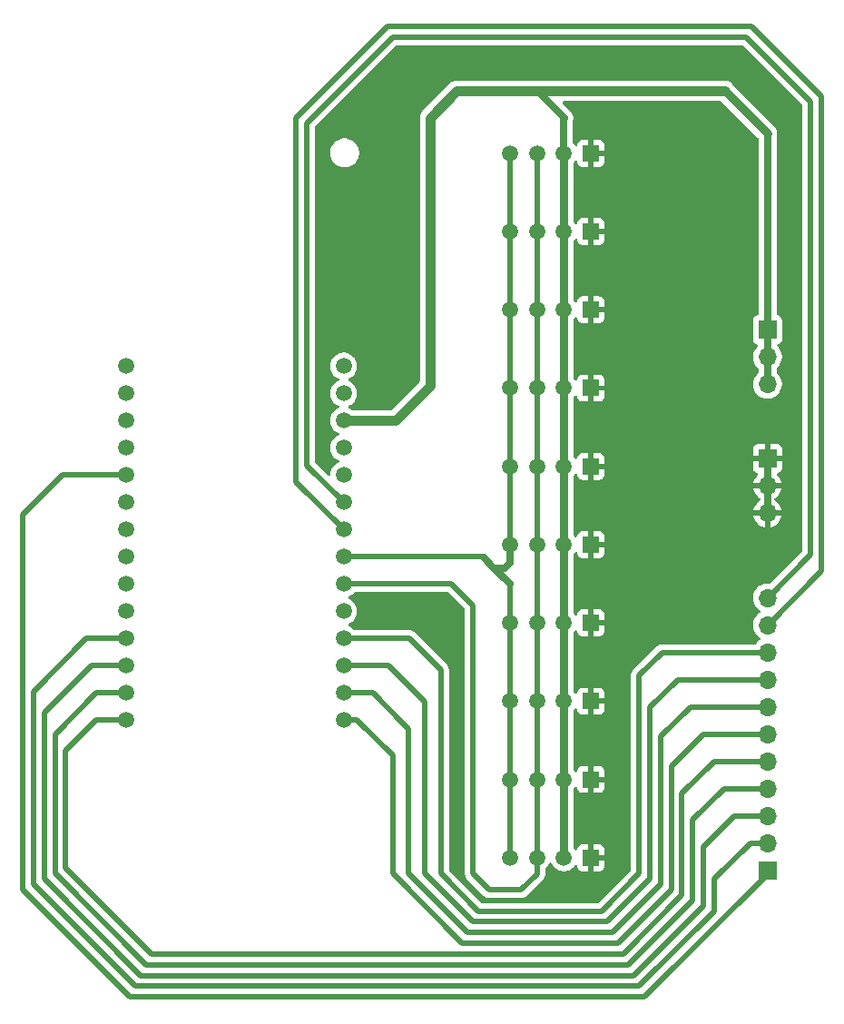
<source format=gbl>
%TF.GenerationSoftware,KiCad,Pcbnew,9.0.0*%
%TF.CreationDate,2025-03-04T23:52:38+01:00*%
%TF.ProjectId,MKRWAN_NSK,4d4b5257-414e-45f4-9e53-4b2e6b696361,rev?*%
%TF.SameCoordinates,Original*%
%TF.FileFunction,Copper,L2,Bot*%
%TF.FilePolarity,Positive*%
%FSLAX46Y46*%
G04 Gerber Fmt 4.6, Leading zero omitted, Abs format (unit mm)*
G04 Created by KiCad (PCBNEW 9.0.0) date 2025-03-04 23:52:38*
%MOMM*%
%LPD*%
G01*
G04 APERTURE LIST*
%TA.AperFunction,ComponentPad*%
%ADD10C,1.508000*%
%TD*%
%TA.AperFunction,ComponentPad*%
%ADD11R,1.700000X1.700000*%
%TD*%
%TA.AperFunction,ComponentPad*%
%ADD12O,1.700000X1.700000*%
%TD*%
%TA.AperFunction,ComponentPad*%
%ADD13R,1.508000X1.508000*%
%TD*%
%TA.AperFunction,Conductor*%
%ADD14C,0.500000*%
%TD*%
%TA.AperFunction,Conductor*%
%ADD15C,0.800000*%
%TD*%
%TA.AperFunction,Conductor*%
%ADD16C,0.900000*%
%TD*%
%TA.AperFunction,Conductor*%
%ADD17C,0.700000*%
%TD*%
G04 APERTURE END LIST*
D10*
%TO.P,U1,J3_1,PA03/AREF/AIN(1)*%
%TO.N,unconnected-(U1-PA03{slash}AREF{slash}AIN(1)-PadJ3_1)*%
X113115000Y-68159800D03*
%TO.P,U1,J3_2,PA02/D15/DAC0/AIN(0)/A0*%
%TO.N,unconnected-(U1-PA02{slash}D15{slash}DAC0{slash}AIN(0){slash}A0-PadJ3_2)*%
X113115000Y-70699800D03*
%TO.P,U1,J3_3,PB02/D16/AIN(10)/A1*%
%TO.N,unconnected-(U1-PB02{slash}D16{slash}AIN(10){slash}A1-PadJ3_3)*%
X113115000Y-73239800D03*
%TO.P,U1,J3_4,PB03/D17/AIN(11)/A2*%
%TO.N,unconnected-(U1-PB03{slash}D17{slash}AIN(11){slash}A2-PadJ3_4)*%
X113115000Y-75779800D03*
%TO.P,U1,J3_5,PA04/D18(PWM)/AIN(4)/A3*%
%TO.N,/A3*%
X113115000Y-78319800D03*
%TO.P,U1,J3_6,PA05/D19(PWM)/AIN(5)/A4*%
%TO.N,unconnected-(U1-PA05{slash}D19(PWM){slash}AIN(5){slash}A4-PadJ3_6)*%
X113115000Y-80859800D03*
%TO.P,U1,J3_7,PA06/D20/AIN(6)/A5*%
%TO.N,unconnected-(U1-PA06{slash}D20{slash}AIN(6){slash}A5-PadJ3_7)*%
X113115000Y-83399800D03*
%TO.P,U1,J3_8,PA07/D21/AIN(7)/A6*%
%TO.N,unconnected-(U1-PA07{slash}D21{slash}AIN(7){slash}A6-PadJ3_8)*%
X113115000Y-85939800D03*
%TO.P,U1,J3_9,PA22/D0(PWM)*%
%TO.N,unconnected-(U1-PA22{slash}D0(PWM)-PadJ3_9)*%
X113115000Y-88479800D03*
%TO.P,U1,J3_10,PA23/D1(PWM)*%
%TO.N,unconnected-(U1-PA23{slash}D1(PWM)-PadJ3_10)*%
X113115000Y-91019800D03*
%TO.P,U1,J3_11,PA10/D2(PWM)*%
%TO.N,/D2*%
X113115000Y-93559800D03*
%TO.P,U1,J3_12,PA11/D3(PWM)*%
%TO.N,/D3*%
X113115000Y-96099800D03*
%TO.P,U1,J3_13,PB10/D4(PWM)*%
%TO.N,/D4*%
X113115000Y-98639800D03*
%TO.P,U1,J3_14,PB11/D5(PWM)*%
%TO.N,/D5*%
X113115000Y-101179800D03*
%TO.P,U1,J5_1,PA20/D6(PWM)*%
%TO.N,/D6*%
X133435000Y-101179800D03*
%TO.P,U1,J5_2,PA21/D7(PWM)*%
%TO.N,/D7*%
X133435000Y-98639800D03*
%TO.P,U1,J5_3,PA16/D8(PWM)/COPI(SC1)*%
%TO.N,/D8_MOSI*%
X133435000Y-96099800D03*
%TO.P,U1,J5_4,PA17/D9/SCK(SC1)*%
%TO.N,/D9_SCK*%
X133435000Y-93559800D03*
%TO.P,U1,J5_5,PA19/D10(PWM)/CIPO(SC1)*%
%TO.N,unconnected-(U1-PA19{slash}D10(PWM){slash}CIPO(SC1)-PadJ5_5)*%
X133435000Y-91019800D03*
%TO.P,U1,J5_6,PA08/D11/SDA(SC2)*%
%TO.N,/SDA*%
X133435000Y-88479800D03*
%TO.P,U1,J5_7,PA09/D12(PWM)/SCL(SC2)*%
%TO.N,/SCL*%
X133435000Y-85939800D03*
%TO.P,U1,J5_8,PB23/D13/RX(SC5)*%
%TO.N,/RX_D13*%
X133435000Y-83399800D03*
%TO.P,U1,J5_9,PB22/D14/TX(SC5)*%
%TO.N,/TX_D14*%
X133435000Y-80859800D03*
%TO.P,U1,J5_10,RESET*%
%TO.N,unconnected-(U1-RESET-PadJ5_10)*%
X133435000Y-78319800D03*
%TO.P,U1,J5_11,GND*%
%TO.N,unconnected-(U1-GND-PadJ5_11)*%
X133435000Y-75779800D03*
%TO.P,U1,J5_12,+3V3*%
%TO.N,/3v3*%
X133435000Y-73239800D03*
%TO.P,U1,J5_13,VIN*%
%TO.N,unconnected-(U1-VIN-PadJ5_13)*%
X133435000Y-70699800D03*
%TO.P,U1,J5_14,+5V*%
%TO.N,unconnected-(U1-+5V-PadJ5_14)*%
X133435000Y-68159800D03*
%TD*%
D11*
%TO.P,J13,1,Pin_1*%
%TO.N,/GND*%
X172975000Y-76775000D03*
D12*
%TO.P,J13,2,Pin_2*%
X172975000Y-79315000D03*
%TO.P,J13,3,Pin_3*%
X172975000Y-81855000D03*
%TD*%
D11*
%TO.P,J12,1,Pin_1*%
%TO.N,/3v3*%
X172975000Y-64775000D03*
D12*
%TO.P,J12,2,Pin_2*%
X172975000Y-67315000D03*
%TO.P,J12,3,Pin_3*%
X172975000Y-69855000D03*
%TD*%
D10*
%TO.P,J11,3,3*%
%TO.N,/SDA*%
X151475000Y-114015000D03*
%TO.P,J11,4,4*%
%TO.N,/SCL*%
X148975000Y-114015000D03*
%TO.P,J11,2,2*%
%TO.N,/3v3*%
X153975000Y-114015000D03*
D13*
%TO.P,J11,1,1*%
%TO.N,/GND*%
X156475000Y-114015000D03*
%TD*%
D10*
%TO.P,J10,3,3*%
%TO.N,/SDA*%
X151475000Y-106715000D03*
%TO.P,J10,4,4*%
%TO.N,/SCL*%
X148975000Y-106715000D03*
%TO.P,J10,2,2*%
%TO.N,/3v3*%
X153975000Y-106715000D03*
D13*
%TO.P,J10,1,1*%
%TO.N,/GND*%
X156475000Y-106715000D03*
%TD*%
D10*
%TO.P,J9,3,3*%
%TO.N,/SDA*%
X151475000Y-99415000D03*
%TO.P,J9,4,4*%
%TO.N,/SCL*%
X148975000Y-99415000D03*
%TO.P,J9,2,2*%
%TO.N,/3v3*%
X153975000Y-99415000D03*
D13*
%TO.P,J9,1,1*%
%TO.N,/GND*%
X156475000Y-99415000D03*
%TD*%
D10*
%TO.P,J8,3,3*%
%TO.N,/SDA*%
X151475000Y-92115000D03*
%TO.P,J8,4,4*%
%TO.N,/SCL*%
X148975000Y-92115000D03*
%TO.P,J8,2,2*%
%TO.N,/3v3*%
X153975000Y-92115000D03*
D13*
%TO.P,J8,1,1*%
%TO.N,/GND*%
X156475000Y-92115000D03*
%TD*%
D10*
%TO.P,J7,3,3*%
%TO.N,/SDA*%
X151475000Y-84815000D03*
%TO.P,J7,4,4*%
%TO.N,/SCL*%
X148975000Y-84815000D03*
%TO.P,J7,2,2*%
%TO.N,/3v3*%
X153975000Y-84815000D03*
D13*
%TO.P,J7,1,1*%
%TO.N,/GND*%
X156475000Y-84815000D03*
%TD*%
D10*
%TO.P,J6,3,3*%
%TO.N,/SDA*%
X151475000Y-77515000D03*
%TO.P,J6,4,4*%
%TO.N,/SCL*%
X148975000Y-77515000D03*
%TO.P,J6,2,2*%
%TO.N,/3v3*%
X153975000Y-77515000D03*
D13*
%TO.P,J6,1,1*%
%TO.N,/GND*%
X156475000Y-77515000D03*
%TD*%
D10*
%TO.P,J5,3,3*%
%TO.N,/SDA*%
X151475000Y-70215000D03*
%TO.P,J5,4,4*%
%TO.N,/SCL*%
X148975000Y-70215000D03*
%TO.P,J5,2,2*%
%TO.N,/3v3*%
X153975000Y-70215000D03*
D13*
%TO.P,J5,1,1*%
%TO.N,/GND*%
X156475000Y-70215000D03*
%TD*%
D10*
%TO.P,J4,3,3*%
%TO.N,/SDA*%
X151475000Y-62915000D03*
%TO.P,J4,4,4*%
%TO.N,/SCL*%
X148975000Y-62915000D03*
%TO.P,J4,2,2*%
%TO.N,/3v3*%
X153975000Y-62915000D03*
D13*
%TO.P,J4,1,1*%
%TO.N,/GND*%
X156475000Y-62915000D03*
%TD*%
D10*
%TO.P,J3,3,3*%
%TO.N,/SDA*%
X151475000Y-55615000D03*
%TO.P,J3,4,4*%
%TO.N,/SCL*%
X148975000Y-55615000D03*
%TO.P,J3,2,2*%
%TO.N,/3v3*%
X153975000Y-55615000D03*
D13*
%TO.P,J3,1,1*%
%TO.N,/GND*%
X156475000Y-55615000D03*
%TD*%
D10*
%TO.P,J2,3,3*%
%TO.N,/SDA*%
X151475000Y-48315000D03*
%TO.P,J2,4,4*%
%TO.N,/SCL*%
X148975000Y-48315000D03*
%TO.P,J2,2,2*%
%TO.N,/3v3*%
X153975000Y-48315000D03*
D13*
%TO.P,J2,1,1*%
%TO.N,/GND*%
X156475000Y-48315000D03*
%TD*%
D11*
%TO.P,J1,1,Pin_1*%
%TO.N,/A3*%
X172975000Y-115175000D03*
D12*
%TO.P,J1,2,Pin_2*%
%TO.N,/D2*%
X172975000Y-112635000D03*
%TO.P,J1,3,Pin_3*%
%TO.N,/D3*%
X172975000Y-110095000D03*
%TO.P,J1,4,Pin_4*%
%TO.N,/D4*%
X172975000Y-107555000D03*
%TO.P,J1,5,Pin_5*%
%TO.N,/D5*%
X172975000Y-105015000D03*
%TO.P,J1,6,Pin_6*%
%TO.N,/D6*%
X172975000Y-102475000D03*
%TO.P,J1,7,Pin_7*%
%TO.N,/D7*%
X172975000Y-99935000D03*
%TO.P,J1,8,Pin_8*%
%TO.N,/D8_MOSI*%
X172975000Y-97395000D03*
%TO.P,J1,9,Pin_9*%
%TO.N,/D9_SCK*%
X172975000Y-94855000D03*
%TO.P,J1,10,Pin_10*%
%TO.N,/RX_D13*%
X172975000Y-92315000D03*
%TO.P,J1,11,Pin_11*%
%TO.N,/TX_D14*%
X172975000Y-89775000D03*
%TD*%
D14*
%TO.N,/A3*%
X172975000Y-115525000D02*
X172975000Y-115175000D01*
X161500000Y-127000000D02*
X172975000Y-115525000D01*
X113500000Y-127000000D02*
X161500000Y-127000000D01*
X103500000Y-117000000D02*
X113500000Y-127000000D01*
X103500000Y-82000000D02*
X103500000Y-117000000D01*
X107180200Y-78319800D02*
X103500000Y-82000000D01*
X113115000Y-78319800D02*
X107180200Y-78319800D01*
%TO.N,/D2*%
X109440200Y-93559800D02*
X113115000Y-93559800D01*
X104500000Y-98500000D02*
X109440200Y-93559800D01*
X161000000Y-126000000D02*
X114000000Y-126000000D01*
X114000000Y-126000000D02*
X104500000Y-116500000D01*
X168000000Y-116000000D02*
X168000000Y-119000000D01*
X171365000Y-112635000D02*
X168000000Y-116000000D01*
X172975000Y-112635000D02*
X171365000Y-112635000D01*
X104500000Y-116500000D02*
X104500000Y-98500000D01*
X168000000Y-119000000D02*
X161000000Y-126000000D01*
%TO.N,/D3*%
X169905000Y-110095000D02*
X167000000Y-113000000D01*
X172975000Y-110095000D02*
X169905000Y-110095000D01*
X167000000Y-118500000D02*
X167000000Y-113000000D01*
X114500000Y-125000000D02*
X160500000Y-125000000D01*
X105500000Y-116000000D02*
X114500000Y-125000000D01*
X160500000Y-125000000D02*
X167000000Y-118500000D01*
X105500000Y-100500000D02*
X105500000Y-116000000D01*
X109900200Y-96099800D02*
X105500000Y-100500000D01*
X113115000Y-96099800D02*
X109900200Y-96099800D01*
%TO.N,/D4*%
X110360200Y-98639800D02*
X113115000Y-98639800D01*
X106500000Y-115500000D02*
X106500000Y-102500000D01*
X115000000Y-124000000D02*
X106500000Y-115500000D01*
X106500000Y-102500000D02*
X110360200Y-98639800D01*
X166000000Y-118000000D02*
X160000000Y-124000000D01*
X166000000Y-110500000D02*
X166000000Y-118000000D01*
X160000000Y-124000000D02*
X115000000Y-124000000D01*
X168945000Y-107555000D02*
X166000000Y-110500000D01*
X172975000Y-107555000D02*
X168945000Y-107555000D01*
%TO.N,/D5*%
X167985000Y-105015000D02*
X172975000Y-105015000D01*
X159500000Y-123000000D02*
X165000000Y-117500000D01*
X165000000Y-117500000D02*
X165000000Y-108000000D01*
X115500000Y-123000000D02*
X159500000Y-123000000D01*
X107500000Y-115000000D02*
X115500000Y-123000000D01*
X107500000Y-104000000D02*
X107500000Y-115000000D01*
X110320200Y-101179800D02*
X107500000Y-104000000D01*
X165000000Y-108000000D02*
X167985000Y-105015000D01*
X113115000Y-101179800D02*
X110320200Y-101179800D01*
%TO.N,/D6*%
X134679800Y-101179800D02*
X133435000Y-101179800D01*
X138000000Y-104500000D02*
X134679800Y-101179800D01*
X138000000Y-115500000D02*
X138000000Y-104500000D01*
X159000000Y-122000000D02*
X144500000Y-122000000D01*
X164000000Y-105500000D02*
X164000000Y-117000000D01*
X167025000Y-102475000D02*
X164000000Y-105500000D01*
X172975000Y-102475000D02*
X167025000Y-102475000D01*
X144500000Y-122000000D02*
X138000000Y-115500000D01*
X164000000Y-117000000D02*
X159000000Y-122000000D01*
%TO.N,/D7*%
X145000000Y-121000000D02*
X139500000Y-115500000D01*
X139500000Y-115500000D02*
X139500000Y-106500000D01*
X158500000Y-121000000D02*
X145000000Y-121000000D01*
X163000000Y-102725794D02*
X163000000Y-116500000D01*
X165790794Y-99935000D02*
X163000000Y-102725794D01*
X172975000Y-99935000D02*
X165790794Y-99935000D01*
X163000000Y-116500000D02*
X158500000Y-121000000D01*
%TO.N,/D8_MOSI*%
X164605000Y-97395000D02*
X162000000Y-100000000D01*
X172975000Y-97395000D02*
X164605000Y-97395000D01*
X162000000Y-100500000D02*
X162000000Y-102500000D01*
X162000000Y-100000000D02*
X162000000Y-100500000D01*
X162000000Y-102500000D02*
X162000000Y-116000000D01*
%TO.N,/D9_SCK*%
X161000000Y-97000000D02*
X163145000Y-94855000D01*
X161000000Y-115500000D02*
X161000000Y-97000000D01*
X146000000Y-119000000D02*
X157500000Y-119000000D01*
X142500000Y-115500000D02*
X146000000Y-119000000D01*
X142500000Y-96500000D02*
X142500000Y-115500000D01*
X133435000Y-93559800D02*
X139559800Y-93559800D01*
X139559800Y-93559800D02*
X142500000Y-96500000D01*
X157500000Y-119000000D02*
X161000000Y-115500000D01*
X163145000Y-94855000D02*
X172975000Y-94855000D01*
%TO.N,/SCL*%
X148975000Y-48315000D02*
X148975000Y-77515000D01*
X148975000Y-77515000D02*
X148975000Y-84815000D01*
X147487500Y-87012500D02*
X147500000Y-87000000D01*
%TO.N,/D7*%
X139000000Y-101500000D02*
X139500000Y-102000000D01*
X136139800Y-98639800D02*
X139000000Y-101500000D01*
X139500000Y-106500000D02*
X139500000Y-106000000D01*
X139500000Y-102000000D02*
X139500000Y-106500000D01*
X133435000Y-98639800D02*
X136139800Y-98639800D01*
X133435000Y-98565000D02*
X133500000Y-98500000D01*
X133435000Y-98639800D02*
X133435000Y-98565000D01*
%TO.N,/SDA*%
X147000000Y-117000000D02*
X145500000Y-115500000D01*
X145500000Y-90500000D02*
X143479800Y-88479800D01*
X151475000Y-115525000D02*
X150000000Y-117000000D01*
X145500000Y-115500000D02*
X145500000Y-90500000D01*
X151475000Y-114015000D02*
X151475000Y-115525000D01*
X150000000Y-117000000D02*
X147000000Y-117000000D01*
X143479800Y-88479800D02*
X133435000Y-88479800D01*
%TO.N,/RX_D13*%
X129000000Y-78964800D02*
X133435000Y-83399800D01*
X129000000Y-45000000D02*
X129000000Y-78964800D01*
X137500000Y-36500000D02*
X129000000Y-45000000D01*
X171500000Y-36500000D02*
X137500000Y-36500000D01*
X178000000Y-87290000D02*
X178000000Y-43000000D01*
X172975000Y-92315000D02*
X178000000Y-87290000D01*
X178000000Y-43000000D02*
X171500000Y-36500000D01*
%TO.N,/TX_D14*%
X130000000Y-77424800D02*
X133435000Y-80859800D01*
X138000000Y-37500000D02*
X130000000Y-45500000D01*
X171000000Y-37500000D02*
X138000000Y-37500000D01*
X177000000Y-85750000D02*
X177000000Y-43500000D01*
X177000000Y-43500000D02*
X171000000Y-37500000D01*
X172975000Y-89775000D02*
X177000000Y-85750000D01*
X130000000Y-45500000D02*
X130000000Y-77424800D01*
D15*
%TO.N,/3v3*%
X169000000Y-42500000D02*
X172975000Y-46475000D01*
D16*
X141500000Y-45000000D02*
X144000000Y-42500000D01*
X144000000Y-42500000D02*
X169000000Y-42500000D01*
X141500000Y-70000000D02*
X141500000Y-45000000D01*
X138260200Y-73239800D02*
X141500000Y-70000000D01*
X133435000Y-73239800D02*
X138260200Y-73239800D01*
D17*
X153975000Y-45025000D02*
X154000000Y-45000000D01*
X154000000Y-45000000D02*
X151500000Y-42500000D01*
X153975000Y-46525000D02*
X153975000Y-45025000D01*
X153975000Y-46525000D02*
X153975000Y-48315000D01*
X172975000Y-64775000D02*
X172975000Y-46475000D01*
%TO.N,/GND*%
X172975000Y-76775000D02*
X172975000Y-81855000D01*
%TO.N,/3v3*%
X172975000Y-64775000D02*
X172975000Y-69855000D01*
D15*
X153975000Y-106715000D02*
X153975000Y-114015000D01*
X153975000Y-99415000D02*
X153975000Y-106715000D01*
X153975000Y-97500000D02*
X153975000Y-99415000D01*
D14*
X154000000Y-84975000D02*
X153975000Y-85000000D01*
X154000000Y-84840000D02*
X154000000Y-84975000D01*
X153975000Y-84815000D02*
X154000000Y-84840000D01*
X153975000Y-77515000D02*
X153975000Y-85000000D01*
D15*
X153975000Y-70215000D02*
X153975000Y-97500000D01*
X153975000Y-70215000D02*
X153975000Y-48315000D01*
X153975000Y-77515000D02*
X153975000Y-70215000D01*
D14*
X153985000Y-77515000D02*
X154000000Y-77500000D01*
X153975000Y-77515000D02*
X153985000Y-77515000D01*
%TO.N,/SDA*%
X151475000Y-48315000D02*
X151475000Y-77515000D01*
X151475000Y-114015000D02*
X151475000Y-77515000D01*
%TO.N,/SCL*%
X148975000Y-99415000D02*
X148975000Y-106715000D01*
%TO.N,/3v3*%
X153975000Y-113000000D02*
X153975000Y-114015000D01*
%TO.N,/SCL*%
X146414800Y-85939800D02*
X146487500Y-86012500D01*
X148975000Y-99415000D02*
X148975000Y-88500000D01*
D17*
X148975000Y-86500000D02*
X148975000Y-84815000D01*
X147475000Y-87000000D02*
X148475000Y-87000000D01*
X147475000Y-87000000D02*
X148975000Y-88500000D01*
X148475000Y-87000000D02*
X148975000Y-86500000D01*
X146487500Y-86012500D02*
X147475000Y-87000000D01*
D14*
X148975000Y-114015000D02*
X148975000Y-109000000D01*
X133435000Y-85939800D02*
X146414800Y-85939800D01*
X148975000Y-109000000D02*
X148975000Y-106715000D01*
%TO.N,/D8_MOSI*%
X141000000Y-115500000D02*
X141000000Y-99500000D01*
X137599800Y-96099800D02*
X133435000Y-96099800D01*
X158000000Y-120000000D02*
X145500000Y-120000000D01*
X145500000Y-120000000D02*
X141000000Y-115500000D01*
X162000000Y-116000000D02*
X158000000Y-120000000D01*
X141000000Y-99500000D02*
X137599800Y-96099800D01*
%TD*%
%TA.AperFunction,Conductor*%
%TO.N,/GND*%
G36*
X173225000Y-81421988D02*
G01*
X173167993Y-81389075D01*
X173040826Y-81355000D01*
X172909174Y-81355000D01*
X172782007Y-81389075D01*
X172725000Y-81421988D01*
X172725000Y-79748012D01*
X172782007Y-79780925D01*
X172909174Y-79815000D01*
X173040826Y-79815000D01*
X173167993Y-79780925D01*
X173225000Y-79748012D01*
X173225000Y-81421988D01*
G37*
%TD.AperFunction*%
%TA.AperFunction,Conductor*%
G36*
X173225000Y-78881988D02*
G01*
X173167993Y-78849075D01*
X173040826Y-78815000D01*
X172909174Y-78815000D01*
X172782007Y-78849075D01*
X172725000Y-78881988D01*
X172725000Y-77208012D01*
X172782007Y-77240925D01*
X172909174Y-77275000D01*
X173040826Y-77275000D01*
X173167993Y-77240925D01*
X173225000Y-77208012D01*
X173225000Y-78881988D01*
G37*
%TD.AperFunction*%
%TA.AperFunction,Conductor*%
G36*
X170704809Y-38270185D02*
G01*
X170725451Y-38286819D01*
X176213181Y-43774548D01*
X176246666Y-43835871D01*
X176249500Y-43862229D01*
X176249500Y-85387769D01*
X176229815Y-85454808D01*
X176213181Y-85475450D01*
X173283806Y-88404824D01*
X173222483Y-88438309D01*
X173176726Y-88439616D01*
X173081291Y-88424500D01*
X173081287Y-88424500D01*
X172868713Y-88424500D01*
X172820042Y-88432208D01*
X172658760Y-88457753D01*
X172456585Y-88523444D01*
X172267179Y-88619951D01*
X172095213Y-88744890D01*
X171944890Y-88895213D01*
X171819951Y-89067179D01*
X171723444Y-89256585D01*
X171657753Y-89458760D01*
X171656576Y-89466192D01*
X171624500Y-89668713D01*
X171624500Y-89881287D01*
X171657754Y-90091243D01*
X171719438Y-90281087D01*
X171723444Y-90293414D01*
X171819951Y-90482820D01*
X171944890Y-90654786D01*
X172095213Y-90805109D01*
X172267182Y-90930050D01*
X172275946Y-90934516D01*
X172326742Y-90982491D01*
X172343536Y-91050312D01*
X172320998Y-91116447D01*
X172275946Y-91155484D01*
X172267182Y-91159949D01*
X172095213Y-91284890D01*
X171944890Y-91435213D01*
X171819951Y-91607179D01*
X171723444Y-91796585D01*
X171657753Y-91998760D01*
X171624500Y-92208713D01*
X171624500Y-92421286D01*
X171652297Y-92596794D01*
X171657754Y-92631243D01*
X171721365Y-92827018D01*
X171723444Y-92833414D01*
X171819951Y-93022820D01*
X171944890Y-93194786D01*
X172095213Y-93345109D01*
X172267182Y-93470050D01*
X172275946Y-93474516D01*
X172326742Y-93522491D01*
X172343536Y-93590312D01*
X172320998Y-93656447D01*
X172275946Y-93695484D01*
X172267182Y-93699949D01*
X172095213Y-93824890D01*
X171944892Y-93975211D01*
X171888097Y-94053385D01*
X171832767Y-94096051D01*
X171787779Y-94104500D01*
X163071080Y-94104500D01*
X162926092Y-94133340D01*
X162926082Y-94133343D01*
X162789511Y-94189912D01*
X162789496Y-94189920D01*
X162737173Y-94224883D01*
X162737171Y-94224885D01*
X162666581Y-94272050D01*
X162666580Y-94272051D01*
X160417052Y-96521578D01*
X160417049Y-96521581D01*
X160379208Y-96578214D01*
X160379209Y-96578215D01*
X160334914Y-96644508D01*
X160278343Y-96781082D01*
X160278340Y-96781092D01*
X160249500Y-96926079D01*
X160249500Y-115137770D01*
X160229815Y-115204809D01*
X160213181Y-115225451D01*
X157225451Y-118213181D01*
X157164128Y-118246666D01*
X157137770Y-118249500D01*
X146362229Y-118249500D01*
X146295190Y-118229815D01*
X146274548Y-118213181D01*
X143286819Y-115225451D01*
X143253334Y-115164128D01*
X143250500Y-115137770D01*
X143250500Y-96426081D01*
X143250499Y-96426080D01*
X143232366Y-96334916D01*
X143221659Y-96281088D01*
X143177184Y-96173717D01*
X143165084Y-96144505D01*
X143120483Y-96077754D01*
X143120483Y-96077753D01*
X143082950Y-96021581D01*
X143082947Y-96021578D01*
X140038215Y-92976847D01*
X140038213Y-92976845D01*
X139988979Y-92943950D01*
X139956155Y-92922018D01*
X139915295Y-92894716D01*
X139915294Y-92894715D01*
X139915292Y-92894714D01*
X139915290Y-92894713D01*
X139778717Y-92838143D01*
X139778707Y-92838140D01*
X139633720Y-92809300D01*
X139633718Y-92809300D01*
X134503559Y-92809300D01*
X134436520Y-92789615D01*
X134403241Y-92758185D01*
X134391884Y-92742554D01*
X134391880Y-92742549D01*
X134252246Y-92602915D01*
X134092505Y-92486858D01*
X134086119Y-92483604D01*
X133922593Y-92400282D01*
X133871800Y-92352310D01*
X133855005Y-92284489D01*
X133877542Y-92218354D01*
X133922593Y-92179317D01*
X134092501Y-92092744D01*
X134150139Y-92050868D01*
X134252246Y-91976684D01*
X134252248Y-91976681D01*
X134252252Y-91976679D01*
X134391879Y-91837052D01*
X134391881Y-91837048D01*
X134391884Y-91837046D01*
X134480626Y-91714901D01*
X134507944Y-91677301D01*
X134597591Y-91501361D01*
X134658610Y-91313563D01*
X134661115Y-91297748D01*
X134689500Y-91118536D01*
X134689500Y-90921063D01*
X134658610Y-90726036D01*
X134635459Y-90654786D01*
X134597591Y-90538239D01*
X134507944Y-90362299D01*
X134457897Y-90293414D01*
X134391884Y-90202553D01*
X134252246Y-90062915D01*
X134092505Y-89946858D01*
X134034002Y-89917049D01*
X133922593Y-89860282D01*
X133871800Y-89812310D01*
X133855005Y-89744489D01*
X133877542Y-89678354D01*
X133922593Y-89639317D01*
X134092501Y-89552744D01*
X134150139Y-89510868D01*
X134252246Y-89436684D01*
X134252248Y-89436681D01*
X134252252Y-89436679D01*
X134391879Y-89297052D01*
X134392710Y-89295908D01*
X134403241Y-89281415D01*
X134458571Y-89238749D01*
X134503559Y-89230300D01*
X143117570Y-89230300D01*
X143184609Y-89249985D01*
X143205251Y-89266619D01*
X144713181Y-90774548D01*
X144746666Y-90835871D01*
X144749500Y-90862229D01*
X144749500Y-115573918D01*
X144749500Y-115573920D01*
X144749499Y-115573920D01*
X144778340Y-115718907D01*
X144778343Y-115718917D01*
X144834914Y-115855492D01*
X144834915Y-115855494D01*
X144834916Y-115855495D01*
X144851620Y-115880495D01*
X144867812Y-115904727D01*
X144867813Y-115904730D01*
X144917046Y-115978414D01*
X144917052Y-115978421D01*
X146157540Y-117218907D01*
X146417048Y-117478415D01*
X146417049Y-117478416D01*
X146521583Y-117582950D01*
X146521585Y-117582952D01*
X146644498Y-117665080D01*
X146644511Y-117665087D01*
X146781082Y-117721656D01*
X146781087Y-117721658D01*
X146781091Y-117721658D01*
X146781092Y-117721659D01*
X146926079Y-117750500D01*
X146926082Y-117750500D01*
X150073920Y-117750500D01*
X150171462Y-117731096D01*
X150218913Y-117721658D01*
X150355495Y-117665084D01*
X150404729Y-117632186D01*
X150478416Y-117582952D01*
X152057952Y-116003416D01*
X152115660Y-115917048D01*
X152140084Y-115880495D01*
X152196658Y-115743913D01*
X152225500Y-115598918D01*
X152225500Y-115083557D01*
X152245185Y-115016518D01*
X152276616Y-114983238D01*
X152292252Y-114971879D01*
X152431879Y-114832252D01*
X152431881Y-114832248D01*
X152431884Y-114832246D01*
X152547941Y-114672505D01*
X152547942Y-114672504D01*
X152547944Y-114672501D01*
X152614516Y-114541846D01*
X152662490Y-114491052D01*
X152730311Y-114474257D01*
X152796446Y-114496794D01*
X152835482Y-114541845D01*
X152897790Y-114664128D01*
X152902058Y-114672505D01*
X153018115Y-114832246D01*
X153157753Y-114971884D01*
X153263376Y-115048622D01*
X153317499Y-115087944D01*
X153493439Y-115177591D01*
X153577208Y-115204809D01*
X153681236Y-115238610D01*
X153876264Y-115269500D01*
X153876269Y-115269500D01*
X154073736Y-115269500D01*
X154268763Y-115238610D01*
X154456561Y-115177591D01*
X154632501Y-115087944D01*
X154746731Y-115004952D01*
X154792246Y-114971884D01*
X154792248Y-114971881D01*
X154792252Y-114971879D01*
X154931879Y-114832252D01*
X154943074Y-114816844D01*
X154996681Y-114743059D01*
X155052011Y-114700392D01*
X155121624Y-114694413D01*
X155183419Y-114727018D01*
X155217777Y-114787856D01*
X155220722Y-114813526D01*
X155220823Y-114813521D01*
X155220911Y-114815169D01*
X155221000Y-114815943D01*
X155221000Y-114816844D01*
X155227401Y-114876372D01*
X155227403Y-114876379D01*
X155277645Y-115011086D01*
X155277649Y-115011093D01*
X155363809Y-115126187D01*
X155363812Y-115126190D01*
X155478906Y-115212350D01*
X155478913Y-115212354D01*
X155613620Y-115262596D01*
X155613627Y-115262598D01*
X155673155Y-115268999D01*
X155673172Y-115269000D01*
X156225000Y-115269000D01*
X156225000Y-114448012D01*
X156282007Y-114480925D01*
X156409174Y-114515000D01*
X156540826Y-114515000D01*
X156667993Y-114480925D01*
X156725000Y-114448012D01*
X156725000Y-115269000D01*
X157276828Y-115269000D01*
X157276844Y-115268999D01*
X157336372Y-115262598D01*
X157336379Y-115262596D01*
X157471086Y-115212354D01*
X157471093Y-115212350D01*
X157586187Y-115126190D01*
X157586190Y-115126187D01*
X157672350Y-115011093D01*
X157672354Y-115011086D01*
X157722596Y-114876379D01*
X157722598Y-114876372D01*
X157728999Y-114816844D01*
X157729000Y-114816827D01*
X157729000Y-114265000D01*
X156908012Y-114265000D01*
X156940925Y-114207993D01*
X156975000Y-114080826D01*
X156975000Y-113949174D01*
X156940925Y-113822007D01*
X156908012Y-113765000D01*
X157729000Y-113765000D01*
X157729000Y-113213172D01*
X157728999Y-113213155D01*
X157722598Y-113153627D01*
X157722596Y-113153620D01*
X157672354Y-113018913D01*
X157672350Y-113018906D01*
X157586190Y-112903812D01*
X157586187Y-112903809D01*
X157471093Y-112817649D01*
X157471086Y-112817645D01*
X157336379Y-112767403D01*
X157336372Y-112767401D01*
X157276844Y-112761000D01*
X156725000Y-112761000D01*
X156725000Y-113581988D01*
X156667993Y-113549075D01*
X156540826Y-113515000D01*
X156409174Y-113515000D01*
X156282007Y-113549075D01*
X156225000Y-113581988D01*
X156225000Y-112761000D01*
X155673155Y-112761000D01*
X155613627Y-112767401D01*
X155613620Y-112767403D01*
X155478913Y-112817645D01*
X155478906Y-112817649D01*
X155363812Y-112903809D01*
X155363809Y-112903812D01*
X155277649Y-113018906D01*
X155277645Y-113018913D01*
X155227403Y-113153620D01*
X155227401Y-113153627D01*
X155221000Y-113213155D01*
X155221000Y-113214056D01*
X155220942Y-113214252D01*
X155220823Y-113216479D01*
X155220644Y-113216469D01*
X155220644Y-113216475D01*
X155220540Y-113216463D01*
X155220296Y-113216450D01*
X155212751Y-113242146D01*
X155207201Y-113270905D01*
X155203020Y-113275287D01*
X155201315Y-113281095D01*
X155179192Y-113300264D01*
X155158972Y-113321460D01*
X155153085Y-113322886D01*
X155148511Y-113326850D01*
X155119530Y-113331016D01*
X155091067Y-113337914D01*
X155085346Y-113335932D01*
X155079353Y-113336794D01*
X155052713Y-113324628D01*
X155025046Y-113315044D01*
X155019333Y-113309384D01*
X155015797Y-113307769D01*
X154999509Y-113290682D01*
X154998054Y-113288831D01*
X154931879Y-113197748D01*
X154906581Y-113172450D01*
X154902009Y-113166633D01*
X154891670Y-113140788D01*
X154878334Y-113116365D01*
X154877023Y-113104173D01*
X154876058Y-113101761D01*
X154876511Y-113099412D01*
X154875500Y-113090007D01*
X154875500Y-107639993D01*
X154895185Y-107572954D01*
X154911819Y-107552312D01*
X154931879Y-107532252D01*
X154943074Y-107516844D01*
X154996681Y-107443059D01*
X155052011Y-107400392D01*
X155121624Y-107394413D01*
X155183419Y-107427018D01*
X155217777Y-107487856D01*
X155220722Y-107513526D01*
X155220823Y-107513521D01*
X155220911Y-107515169D01*
X155221000Y-107515943D01*
X155221000Y-107516844D01*
X155227401Y-107576372D01*
X155227403Y-107576379D01*
X155277645Y-107711086D01*
X155277649Y-107711093D01*
X155363809Y-107826187D01*
X155363812Y-107826190D01*
X155478906Y-107912350D01*
X155478913Y-107912354D01*
X155613620Y-107962596D01*
X155613627Y-107962598D01*
X155673155Y-107968999D01*
X155673172Y-107969000D01*
X156225000Y-107969000D01*
X156225000Y-107148012D01*
X156282007Y-107180925D01*
X156409174Y-107215000D01*
X156540826Y-107215000D01*
X156667993Y-107180925D01*
X156725000Y-107148012D01*
X156725000Y-107969000D01*
X157276828Y-107969000D01*
X157276844Y-107968999D01*
X157336372Y-107962598D01*
X157336379Y-107962596D01*
X157471086Y-107912354D01*
X157471093Y-107912350D01*
X157586187Y-107826190D01*
X157586190Y-107826187D01*
X157672350Y-107711093D01*
X157672354Y-107711086D01*
X157722596Y-107576379D01*
X157722598Y-107576372D01*
X157728999Y-107516844D01*
X157729000Y-107516827D01*
X157729000Y-106965000D01*
X156908012Y-106965000D01*
X156940925Y-106907993D01*
X156975000Y-106780826D01*
X156975000Y-106649174D01*
X156940925Y-106522007D01*
X156908012Y-106465000D01*
X157729000Y-106465000D01*
X157729000Y-105913172D01*
X157728999Y-105913155D01*
X157722598Y-105853627D01*
X157722596Y-105853620D01*
X157672354Y-105718913D01*
X157672350Y-105718906D01*
X157586190Y-105603812D01*
X157586187Y-105603809D01*
X157471093Y-105517649D01*
X157471086Y-105517645D01*
X157336379Y-105467403D01*
X157336372Y-105467401D01*
X157276844Y-105461000D01*
X156725000Y-105461000D01*
X156725000Y-106281988D01*
X156667993Y-106249075D01*
X156540826Y-106215000D01*
X156409174Y-106215000D01*
X156282007Y-106249075D01*
X156225000Y-106281988D01*
X156225000Y-105461000D01*
X155673155Y-105461000D01*
X155613627Y-105467401D01*
X155613620Y-105467403D01*
X155478913Y-105517645D01*
X155478906Y-105517649D01*
X155363812Y-105603809D01*
X155363809Y-105603812D01*
X155277649Y-105718906D01*
X155277645Y-105718913D01*
X155227403Y-105853620D01*
X155227401Y-105853627D01*
X155221000Y-105913155D01*
X155221000Y-105914056D01*
X155220942Y-105914252D01*
X155220823Y-105916479D01*
X155220644Y-105916469D01*
X155220644Y-105916475D01*
X155220540Y-105916463D01*
X155220296Y-105916450D01*
X155212751Y-105942146D01*
X155207201Y-105970905D01*
X155203020Y-105975287D01*
X155201315Y-105981095D01*
X155179192Y-106000264D01*
X155158972Y-106021460D01*
X155153085Y-106022886D01*
X155148511Y-106026850D01*
X155119530Y-106031016D01*
X155091067Y-106037914D01*
X155085346Y-106035932D01*
X155079353Y-106036794D01*
X155052713Y-106024628D01*
X155025046Y-106015044D01*
X155019333Y-106009384D01*
X155015797Y-106007769D01*
X154999509Y-105990682D01*
X154998054Y-105988831D01*
X154931879Y-105897748D01*
X154906581Y-105872450D01*
X154902009Y-105866633D01*
X154891670Y-105840788D01*
X154878334Y-105816365D01*
X154877023Y-105804173D01*
X154876058Y-105801761D01*
X154876511Y-105799412D01*
X154875500Y-105790007D01*
X154875500Y-100339993D01*
X154895185Y-100272954D01*
X154911819Y-100252312D01*
X154912892Y-100251239D01*
X154931879Y-100232252D01*
X154943074Y-100216844D01*
X154996681Y-100143059D01*
X155052011Y-100100392D01*
X155121624Y-100094413D01*
X155183419Y-100127018D01*
X155217777Y-100187856D01*
X155220722Y-100213526D01*
X155220823Y-100213521D01*
X155220911Y-100215169D01*
X155221000Y-100215943D01*
X155221000Y-100216844D01*
X155227401Y-100276372D01*
X155227403Y-100276379D01*
X155277645Y-100411086D01*
X155277649Y-100411093D01*
X155363809Y-100526187D01*
X155363812Y-100526190D01*
X155478906Y-100612350D01*
X155478913Y-100612354D01*
X155613620Y-100662596D01*
X155613627Y-100662598D01*
X155673155Y-100668999D01*
X155673172Y-100669000D01*
X156225000Y-100669000D01*
X156225000Y-99848012D01*
X156282007Y-99880925D01*
X156409174Y-99915000D01*
X156540826Y-99915000D01*
X156667993Y-99880925D01*
X156725000Y-99848012D01*
X156725000Y-100669000D01*
X157276828Y-100669000D01*
X157276844Y-100668999D01*
X157336372Y-100662598D01*
X157336379Y-100662596D01*
X157471086Y-100612354D01*
X157471093Y-100612350D01*
X157586187Y-100526190D01*
X157586190Y-100526187D01*
X157672350Y-100411093D01*
X157672354Y-100411086D01*
X157722596Y-100276379D01*
X157722598Y-100276372D01*
X157728999Y-100216844D01*
X157729000Y-100216827D01*
X157729000Y-99665000D01*
X156908012Y-99665000D01*
X156940925Y-99607993D01*
X156975000Y-99480826D01*
X156975000Y-99349174D01*
X156940925Y-99222007D01*
X156908012Y-99165000D01*
X157729000Y-99165000D01*
X157729000Y-98613172D01*
X157728999Y-98613155D01*
X157722598Y-98553627D01*
X157722596Y-98553620D01*
X157672354Y-98418913D01*
X157672350Y-98418906D01*
X157586190Y-98303812D01*
X157586187Y-98303809D01*
X157471093Y-98217649D01*
X157471086Y-98217645D01*
X157336379Y-98167403D01*
X157336372Y-98167401D01*
X157276844Y-98161000D01*
X156725000Y-98161000D01*
X156725000Y-98981988D01*
X156667993Y-98949075D01*
X156540826Y-98915000D01*
X156409174Y-98915000D01*
X156282007Y-98949075D01*
X156225000Y-98981988D01*
X156225000Y-98161000D01*
X155673155Y-98161000D01*
X155613627Y-98167401D01*
X155613620Y-98167403D01*
X155478913Y-98217645D01*
X155478906Y-98217649D01*
X155363812Y-98303809D01*
X155363809Y-98303812D01*
X155277649Y-98418906D01*
X155277645Y-98418913D01*
X155227403Y-98553620D01*
X155227401Y-98553627D01*
X155221000Y-98613155D01*
X155221000Y-98614056D01*
X155220942Y-98614252D01*
X155220823Y-98616479D01*
X155220644Y-98616469D01*
X155220644Y-98616475D01*
X155220540Y-98616463D01*
X155220296Y-98616450D01*
X155212751Y-98642146D01*
X155207201Y-98670905D01*
X155203020Y-98675287D01*
X155201315Y-98681095D01*
X155179192Y-98700264D01*
X155158972Y-98721460D01*
X155153085Y-98722886D01*
X155148511Y-98726850D01*
X155119530Y-98731016D01*
X155091067Y-98737914D01*
X155085346Y-98735932D01*
X155079353Y-98736794D01*
X155052713Y-98724628D01*
X155025046Y-98715044D01*
X155019333Y-98709384D01*
X155015797Y-98707769D01*
X154999509Y-98690682D01*
X154998054Y-98688831D01*
X154931879Y-98597748D01*
X154906581Y-98572450D01*
X154902009Y-98566633D01*
X154891670Y-98540788D01*
X154878334Y-98516365D01*
X154877023Y-98504173D01*
X154876058Y-98501761D01*
X154876511Y-98499412D01*
X154875500Y-98490007D01*
X154875500Y-93039993D01*
X154895185Y-92972954D01*
X154911819Y-92952312D01*
X154931879Y-92932252D01*
X154943074Y-92916844D01*
X154996681Y-92843059D01*
X155052011Y-92800392D01*
X155121624Y-92794413D01*
X155183419Y-92827018D01*
X155217777Y-92887856D01*
X155220722Y-92913526D01*
X155220823Y-92913521D01*
X155220911Y-92915169D01*
X155221000Y-92915943D01*
X155221000Y-92916844D01*
X155227401Y-92976372D01*
X155227403Y-92976379D01*
X155277645Y-93111086D01*
X155277649Y-93111093D01*
X155363809Y-93226187D01*
X155363812Y-93226190D01*
X155478906Y-93312350D01*
X155478913Y-93312354D01*
X155613620Y-93362596D01*
X155613627Y-93362598D01*
X155673155Y-93368999D01*
X155673172Y-93369000D01*
X156225000Y-93369000D01*
X156225000Y-92548012D01*
X156282007Y-92580925D01*
X156409174Y-92615000D01*
X156540826Y-92615000D01*
X156667993Y-92580925D01*
X156725000Y-92548012D01*
X156725000Y-93369000D01*
X157276828Y-93369000D01*
X157276844Y-93368999D01*
X157336372Y-93362598D01*
X157336379Y-93362596D01*
X157471086Y-93312354D01*
X157471093Y-93312350D01*
X157586187Y-93226190D01*
X157586190Y-93226187D01*
X157672350Y-93111093D01*
X157672354Y-93111086D01*
X157722596Y-92976379D01*
X157722598Y-92976372D01*
X157728999Y-92916844D01*
X157729000Y-92916827D01*
X157729000Y-92365000D01*
X156908012Y-92365000D01*
X156940925Y-92307993D01*
X156975000Y-92180826D01*
X156975000Y-92049174D01*
X156940925Y-91922007D01*
X156908012Y-91865000D01*
X157729000Y-91865000D01*
X157729000Y-91313172D01*
X157728999Y-91313155D01*
X157722598Y-91253627D01*
X157722596Y-91253620D01*
X157672354Y-91118913D01*
X157672350Y-91118906D01*
X157586190Y-91003812D01*
X157586187Y-91003809D01*
X157471093Y-90917649D01*
X157471086Y-90917645D01*
X157336379Y-90867403D01*
X157336372Y-90867401D01*
X157276844Y-90861000D01*
X156725000Y-90861000D01*
X156725000Y-91681988D01*
X156667993Y-91649075D01*
X156540826Y-91615000D01*
X156409174Y-91615000D01*
X156282007Y-91649075D01*
X156225000Y-91681988D01*
X156225000Y-90861000D01*
X155673155Y-90861000D01*
X155613627Y-90867401D01*
X155613620Y-90867403D01*
X155478913Y-90917645D01*
X155478906Y-90917649D01*
X155363812Y-91003809D01*
X155363809Y-91003812D01*
X155277649Y-91118906D01*
X155277645Y-91118913D01*
X155227403Y-91253620D01*
X155227401Y-91253627D01*
X155221000Y-91313155D01*
X155221000Y-91314056D01*
X155220942Y-91314252D01*
X155220823Y-91316479D01*
X155220644Y-91316469D01*
X155220644Y-91316475D01*
X155220540Y-91316463D01*
X155220296Y-91316450D01*
X155212751Y-91342146D01*
X155207201Y-91370905D01*
X155203020Y-91375287D01*
X155201315Y-91381095D01*
X155179192Y-91400264D01*
X155158972Y-91421460D01*
X155153085Y-91422886D01*
X155148511Y-91426850D01*
X155119530Y-91431016D01*
X155091067Y-91437914D01*
X155085346Y-91435932D01*
X155079353Y-91436794D01*
X155052713Y-91424628D01*
X155025046Y-91415044D01*
X155019333Y-91409384D01*
X155015797Y-91407769D01*
X154999509Y-91390682D01*
X154998054Y-91388831D01*
X154931879Y-91297748D01*
X154906581Y-91272450D01*
X154902009Y-91266633D01*
X154891670Y-91240788D01*
X154878334Y-91216365D01*
X154877023Y-91204173D01*
X154876058Y-91201761D01*
X154876511Y-91199412D01*
X154875500Y-91190007D01*
X154875500Y-85739993D01*
X154895185Y-85672954D01*
X154911819Y-85652312D01*
X154918095Y-85646036D01*
X154931879Y-85632252D01*
X154943074Y-85616844D01*
X154996681Y-85543059D01*
X155052011Y-85500392D01*
X155121624Y-85494413D01*
X155183419Y-85527018D01*
X155217777Y-85587856D01*
X155220722Y-85613526D01*
X155220823Y-85613521D01*
X155220911Y-85615169D01*
X155221000Y-85615943D01*
X155221000Y-85616844D01*
X155227401Y-85676372D01*
X155227403Y-85676379D01*
X155277645Y-85811086D01*
X155277649Y-85811093D01*
X155363809Y-85926187D01*
X155363812Y-85926190D01*
X155478906Y-86012350D01*
X155478913Y-86012354D01*
X155613620Y-86062596D01*
X155613627Y-86062598D01*
X155673155Y-86068999D01*
X155673172Y-86069000D01*
X156225000Y-86069000D01*
X156225000Y-85248012D01*
X156282007Y-85280925D01*
X156409174Y-85315000D01*
X156540826Y-85315000D01*
X156667993Y-85280925D01*
X156725000Y-85248012D01*
X156725000Y-86069000D01*
X157276828Y-86069000D01*
X157276844Y-86068999D01*
X157336372Y-86062598D01*
X157336379Y-86062596D01*
X157471086Y-86012354D01*
X157471093Y-86012350D01*
X157586187Y-85926190D01*
X157586190Y-85926187D01*
X157672350Y-85811093D01*
X157672354Y-85811086D01*
X157722596Y-85676379D01*
X157722598Y-85676372D01*
X157728999Y-85616844D01*
X157729000Y-85616827D01*
X157729000Y-85065000D01*
X156908012Y-85065000D01*
X156940925Y-85007993D01*
X156975000Y-84880826D01*
X156975000Y-84749174D01*
X156940925Y-84622007D01*
X156908012Y-84565000D01*
X157729000Y-84565000D01*
X157729000Y-84013172D01*
X157728999Y-84013155D01*
X157722598Y-83953627D01*
X157722596Y-83953620D01*
X157672354Y-83818913D01*
X157672350Y-83818906D01*
X157586190Y-83703812D01*
X157586187Y-83703809D01*
X157471093Y-83617649D01*
X157471086Y-83617645D01*
X157336379Y-83567403D01*
X157336372Y-83567401D01*
X157276844Y-83561000D01*
X156725000Y-83561000D01*
X156725000Y-84381988D01*
X156667993Y-84349075D01*
X156540826Y-84315000D01*
X156409174Y-84315000D01*
X156282007Y-84349075D01*
X156225000Y-84381988D01*
X156225000Y-83561000D01*
X155673155Y-83561000D01*
X155613627Y-83567401D01*
X155613620Y-83567403D01*
X155478913Y-83617645D01*
X155478906Y-83617649D01*
X155363812Y-83703809D01*
X155363809Y-83703812D01*
X155277649Y-83818906D01*
X155277645Y-83818913D01*
X155227403Y-83953620D01*
X155227401Y-83953627D01*
X155221000Y-84013155D01*
X155221000Y-84014056D01*
X155220942Y-84014252D01*
X155220823Y-84016479D01*
X155220644Y-84016469D01*
X155220644Y-84016475D01*
X155220540Y-84016463D01*
X155220296Y-84016450D01*
X155212751Y-84042146D01*
X155207201Y-84070905D01*
X155203020Y-84075287D01*
X155201315Y-84081095D01*
X155179192Y-84100264D01*
X155158972Y-84121460D01*
X155153085Y-84122886D01*
X155148511Y-84126850D01*
X155119530Y-84131016D01*
X155091067Y-84137914D01*
X155085346Y-84135932D01*
X155079353Y-84136794D01*
X155052713Y-84124628D01*
X155025046Y-84115044D01*
X155019333Y-84109384D01*
X155015797Y-84107769D01*
X154999509Y-84090682D01*
X154998054Y-84088831D01*
X154931879Y-83997748D01*
X154906581Y-83972450D01*
X154902009Y-83966633D01*
X154891670Y-83940788D01*
X154878334Y-83916365D01*
X154877023Y-83904173D01*
X154876058Y-83901761D01*
X154876511Y-83899412D01*
X154875500Y-83890007D01*
X154875500Y-78439993D01*
X154882136Y-78417390D01*
X154884370Y-78393938D01*
X154892758Y-78381216D01*
X154895185Y-78372954D01*
X154902009Y-78363368D01*
X154906584Y-78357546D01*
X154931879Y-78332252D01*
X154998054Y-78241169D01*
X154999509Y-78239318D01*
X155026122Y-78220355D01*
X155052011Y-78200392D01*
X155054433Y-78200183D01*
X155056412Y-78198774D01*
X155089053Y-78197210D01*
X155121624Y-78194413D01*
X155123773Y-78195547D01*
X155126202Y-78195431D01*
X155154517Y-78211768D01*
X155183419Y-78227018D01*
X155184613Y-78229133D01*
X155186720Y-78230349D01*
X155201709Y-78259404D01*
X155217777Y-78287856D01*
X155218174Y-78291322D01*
X155218753Y-78292443D01*
X155218549Y-78294584D01*
X155220722Y-78313526D01*
X155220823Y-78313521D01*
X155220911Y-78315169D01*
X155221000Y-78315943D01*
X155221000Y-78316844D01*
X155227401Y-78376372D01*
X155227403Y-78376379D01*
X155277645Y-78511086D01*
X155277649Y-78511093D01*
X155363809Y-78626187D01*
X155363812Y-78626190D01*
X155478906Y-78712350D01*
X155478913Y-78712354D01*
X155613620Y-78762596D01*
X155613627Y-78762598D01*
X155673155Y-78768999D01*
X155673172Y-78769000D01*
X156225000Y-78769000D01*
X156225000Y-77948012D01*
X156282007Y-77980925D01*
X156409174Y-78015000D01*
X156540826Y-78015000D01*
X156667993Y-77980925D01*
X156725000Y-77948012D01*
X156725000Y-78769000D01*
X157276828Y-78769000D01*
X157276844Y-78768999D01*
X157336372Y-78762598D01*
X157336379Y-78762596D01*
X157471086Y-78712354D01*
X157471093Y-78712350D01*
X157586187Y-78626190D01*
X157586190Y-78626187D01*
X157672350Y-78511093D01*
X157672354Y-78511086D01*
X157722596Y-78376379D01*
X157722598Y-78376372D01*
X157728999Y-78316844D01*
X157729000Y-78316827D01*
X157729000Y-77765000D01*
X156908012Y-77765000D01*
X156940925Y-77707993D01*
X156975000Y-77580826D01*
X156975000Y-77449174D01*
X156940925Y-77322007D01*
X156908012Y-77265000D01*
X157729000Y-77265000D01*
X157729000Y-76713172D01*
X157728999Y-76713155D01*
X157722598Y-76653627D01*
X157722596Y-76653620D01*
X157672354Y-76518913D01*
X157672350Y-76518906D01*
X157586190Y-76403812D01*
X157586187Y-76403809D01*
X157471093Y-76317649D01*
X157471086Y-76317645D01*
X157336379Y-76267403D01*
X157336372Y-76267401D01*
X157276844Y-76261000D01*
X156725000Y-76261000D01*
X156725000Y-77081988D01*
X156667993Y-77049075D01*
X156540826Y-77015000D01*
X156409174Y-77015000D01*
X156282007Y-77049075D01*
X156225000Y-77081988D01*
X156225000Y-76261000D01*
X155673155Y-76261000D01*
X155613627Y-76267401D01*
X155613620Y-76267403D01*
X155478913Y-76317645D01*
X155478906Y-76317649D01*
X155363812Y-76403809D01*
X155363809Y-76403812D01*
X155277649Y-76518906D01*
X155277645Y-76518913D01*
X155227403Y-76653620D01*
X155227401Y-76653627D01*
X155221000Y-76713155D01*
X155221000Y-76714056D01*
X155220942Y-76714252D01*
X155220823Y-76716479D01*
X155220644Y-76716469D01*
X155220644Y-76716475D01*
X155220540Y-76716463D01*
X155220296Y-76716450D01*
X155212751Y-76742146D01*
X155207201Y-76770905D01*
X155203020Y-76775287D01*
X155201315Y-76781095D01*
X155179192Y-76800264D01*
X155158972Y-76821460D01*
X155153085Y-76822886D01*
X155148511Y-76826850D01*
X155119530Y-76831016D01*
X155091067Y-76837914D01*
X155085346Y-76835932D01*
X155079353Y-76836794D01*
X155052713Y-76824628D01*
X155025046Y-76815044D01*
X155019333Y-76809384D01*
X155015797Y-76807769D01*
X154999509Y-76790682D01*
X154998054Y-76788831D01*
X154931879Y-76697748D01*
X154906581Y-76672450D01*
X154902009Y-76666633D01*
X154891670Y-76640788D01*
X154878334Y-76616365D01*
X154877023Y-76604173D01*
X154876058Y-76601761D01*
X154876511Y-76599412D01*
X154875500Y-76590007D01*
X154875500Y-75877155D01*
X171625000Y-75877155D01*
X171625000Y-76525000D01*
X172541988Y-76525000D01*
X172509075Y-76582007D01*
X172475000Y-76709174D01*
X172475000Y-76840826D01*
X172509075Y-76967993D01*
X172541988Y-77025000D01*
X171625000Y-77025000D01*
X171625000Y-77672844D01*
X171631401Y-77732372D01*
X171631403Y-77732379D01*
X171681645Y-77867086D01*
X171681649Y-77867093D01*
X171767809Y-77982187D01*
X171767812Y-77982190D01*
X171882906Y-78068350D01*
X171882913Y-78068354D01*
X172014986Y-78117614D01*
X172070920Y-78159485D01*
X172095337Y-78224949D01*
X172080486Y-78293222D01*
X172059335Y-78321477D01*
X171945271Y-78435541D01*
X171820379Y-78607442D01*
X171723904Y-78796782D01*
X171658242Y-78998870D01*
X171658242Y-78998873D01*
X171647769Y-79065000D01*
X172541988Y-79065000D01*
X172509075Y-79122007D01*
X172475000Y-79249174D01*
X172475000Y-79380826D01*
X172509075Y-79507993D01*
X172541988Y-79565000D01*
X171647769Y-79565000D01*
X171658242Y-79631126D01*
X171658242Y-79631129D01*
X171723904Y-79833217D01*
X171820379Y-80022557D01*
X171945272Y-80194459D01*
X171945276Y-80194464D01*
X172095535Y-80344723D01*
X172095540Y-80344727D01*
X172267444Y-80469622D01*
X172277048Y-80474516D01*
X172327844Y-80522491D01*
X172344638Y-80590312D01*
X172322100Y-80656447D01*
X172277048Y-80695484D01*
X172267444Y-80700377D01*
X172095540Y-80825272D01*
X172095535Y-80825276D01*
X171945276Y-80975535D01*
X171945272Y-80975540D01*
X171820379Y-81147442D01*
X171723904Y-81336782D01*
X171658242Y-81538870D01*
X171658242Y-81538873D01*
X171647769Y-81605000D01*
X172541988Y-81605000D01*
X172509075Y-81662007D01*
X172475000Y-81789174D01*
X172475000Y-81920826D01*
X172509075Y-82047993D01*
X172541988Y-82105000D01*
X171647769Y-82105000D01*
X171658242Y-82171126D01*
X171658242Y-82171129D01*
X171723904Y-82373217D01*
X171820379Y-82562557D01*
X171945272Y-82734459D01*
X171945276Y-82734464D01*
X172095535Y-82884723D01*
X172095540Y-82884727D01*
X172267442Y-83009620D01*
X172456782Y-83106095D01*
X172658871Y-83171757D01*
X172725000Y-83182231D01*
X172725000Y-82288012D01*
X172782007Y-82320925D01*
X172909174Y-82355000D01*
X173040826Y-82355000D01*
X173167993Y-82320925D01*
X173225000Y-82288012D01*
X173225000Y-83182230D01*
X173291126Y-83171757D01*
X173291129Y-83171757D01*
X173493217Y-83106095D01*
X173682557Y-83009620D01*
X173854459Y-82884727D01*
X173854464Y-82884723D01*
X174004723Y-82734464D01*
X174004727Y-82734459D01*
X174129620Y-82562557D01*
X174226095Y-82373217D01*
X174291757Y-82171129D01*
X174291757Y-82171126D01*
X174302231Y-82105000D01*
X173408012Y-82105000D01*
X173440925Y-82047993D01*
X173475000Y-81920826D01*
X173475000Y-81789174D01*
X173440925Y-81662007D01*
X173408012Y-81605000D01*
X174302231Y-81605000D01*
X174291757Y-81538873D01*
X174291757Y-81538870D01*
X174226095Y-81336782D01*
X174129620Y-81147442D01*
X174004727Y-80975540D01*
X174004723Y-80975535D01*
X173854464Y-80825276D01*
X173854459Y-80825272D01*
X173682558Y-80700379D01*
X173672954Y-80695486D01*
X173622157Y-80647512D01*
X173605361Y-80579692D01*
X173627897Y-80513556D01*
X173672954Y-80474514D01*
X173682558Y-80469620D01*
X173854459Y-80344727D01*
X173854464Y-80344723D01*
X174004723Y-80194464D01*
X174004727Y-80194459D01*
X174129620Y-80022557D01*
X174226095Y-79833217D01*
X174291757Y-79631129D01*
X174291757Y-79631126D01*
X174302231Y-79565000D01*
X173408012Y-79565000D01*
X173440925Y-79507993D01*
X173475000Y-79380826D01*
X173475000Y-79249174D01*
X173440925Y-79122007D01*
X173408012Y-79065000D01*
X174302231Y-79065000D01*
X174291757Y-78998873D01*
X174291757Y-78998870D01*
X174226095Y-78796782D01*
X174129620Y-78607442D01*
X174004727Y-78435540D01*
X174004723Y-78435535D01*
X173890665Y-78321477D01*
X173857180Y-78260154D01*
X173862164Y-78190462D01*
X173904036Y-78134529D01*
X173935013Y-78117614D01*
X174067086Y-78068354D01*
X174067093Y-78068350D01*
X174182187Y-77982190D01*
X174182190Y-77982187D01*
X174268350Y-77867093D01*
X174268354Y-77867086D01*
X174318596Y-77732379D01*
X174318598Y-77732372D01*
X174324999Y-77672844D01*
X174325000Y-77672827D01*
X174325000Y-77025000D01*
X173408012Y-77025000D01*
X173440925Y-76967993D01*
X173475000Y-76840826D01*
X173475000Y-76709174D01*
X173440925Y-76582007D01*
X173408012Y-76525000D01*
X174325000Y-76525000D01*
X174325000Y-75877172D01*
X174324999Y-75877155D01*
X174318598Y-75817627D01*
X174318596Y-75817620D01*
X174268354Y-75682913D01*
X174268350Y-75682906D01*
X174182190Y-75567812D01*
X174182187Y-75567809D01*
X174067093Y-75481649D01*
X174067086Y-75481645D01*
X173932379Y-75431403D01*
X173932372Y-75431401D01*
X173872844Y-75425000D01*
X173225000Y-75425000D01*
X173225000Y-76341988D01*
X173167993Y-76309075D01*
X173040826Y-76275000D01*
X172909174Y-76275000D01*
X172782007Y-76309075D01*
X172725000Y-76341988D01*
X172725000Y-75425000D01*
X172077155Y-75425000D01*
X172017627Y-75431401D01*
X172017620Y-75431403D01*
X171882913Y-75481645D01*
X171882906Y-75481649D01*
X171767812Y-75567809D01*
X171767809Y-75567812D01*
X171681649Y-75682906D01*
X171681645Y-75682913D01*
X171631403Y-75817620D01*
X171631401Y-75817627D01*
X171625000Y-75877155D01*
X154875500Y-75877155D01*
X154875500Y-71139993D01*
X154882136Y-71117390D01*
X154884370Y-71093938D01*
X154892758Y-71081216D01*
X154895185Y-71072954D01*
X154902009Y-71063368D01*
X154906584Y-71057546D01*
X154931879Y-71032252D01*
X154998054Y-70941169D01*
X154999509Y-70939318D01*
X155026122Y-70920355D01*
X155052011Y-70900392D01*
X155054433Y-70900183D01*
X155056412Y-70898774D01*
X155089053Y-70897210D01*
X155121624Y-70894413D01*
X155123773Y-70895547D01*
X155126202Y-70895431D01*
X155154517Y-70911768D01*
X155183419Y-70927018D01*
X155184613Y-70929133D01*
X155186720Y-70930349D01*
X155201709Y-70959404D01*
X155217777Y-70987856D01*
X155218174Y-70991322D01*
X155218753Y-70992443D01*
X155218549Y-70994584D01*
X155220722Y-71013526D01*
X155220823Y-71013521D01*
X155220911Y-71015169D01*
X155221000Y-71015943D01*
X155221000Y-71016844D01*
X155227401Y-71076372D01*
X155227403Y-71076379D01*
X155277645Y-71211086D01*
X155277649Y-71211093D01*
X155363809Y-71326187D01*
X155363812Y-71326190D01*
X155478906Y-71412350D01*
X155478913Y-71412354D01*
X155613620Y-71462596D01*
X155613627Y-71462598D01*
X155673155Y-71468999D01*
X155673172Y-71469000D01*
X156225000Y-71469000D01*
X156225000Y-70648012D01*
X156282007Y-70680925D01*
X156409174Y-70715000D01*
X156540826Y-70715000D01*
X156667993Y-70680925D01*
X156725000Y-70648012D01*
X156725000Y-71469000D01*
X157276828Y-71469000D01*
X157276844Y-71468999D01*
X157336372Y-71462598D01*
X157336379Y-71462596D01*
X157471086Y-71412354D01*
X157471093Y-71412350D01*
X157586187Y-71326190D01*
X157586190Y-71326187D01*
X157672350Y-71211093D01*
X157672354Y-71211086D01*
X157722596Y-71076379D01*
X157722598Y-71076372D01*
X157728999Y-71016844D01*
X157729000Y-71016827D01*
X157729000Y-70465000D01*
X156908012Y-70465000D01*
X156940925Y-70407993D01*
X156975000Y-70280826D01*
X156975000Y-70149174D01*
X156940925Y-70022007D01*
X156908012Y-69965000D01*
X157729000Y-69965000D01*
X157729000Y-69413172D01*
X157728999Y-69413155D01*
X157722598Y-69353627D01*
X157722596Y-69353620D01*
X157672354Y-69218913D01*
X157672350Y-69218906D01*
X157586190Y-69103812D01*
X157586187Y-69103809D01*
X157471093Y-69017649D01*
X157471086Y-69017645D01*
X157336379Y-68967403D01*
X157336372Y-68967401D01*
X157276844Y-68961000D01*
X156725000Y-68961000D01*
X156725000Y-69781988D01*
X156667993Y-69749075D01*
X156540826Y-69715000D01*
X156409174Y-69715000D01*
X156282007Y-69749075D01*
X156225000Y-69781988D01*
X156225000Y-68961000D01*
X155673155Y-68961000D01*
X155613627Y-68967401D01*
X155613620Y-68967403D01*
X155478913Y-69017645D01*
X155478906Y-69017649D01*
X155363812Y-69103809D01*
X155363809Y-69103812D01*
X155277649Y-69218906D01*
X155277645Y-69218913D01*
X155227403Y-69353620D01*
X155227401Y-69353627D01*
X155221000Y-69413155D01*
X155221000Y-69414056D01*
X155220942Y-69414252D01*
X155220823Y-69416479D01*
X155220644Y-69416469D01*
X155220644Y-69416475D01*
X155220540Y-69416463D01*
X155220296Y-69416450D01*
X155212751Y-69442146D01*
X155207201Y-69470905D01*
X155203020Y-69475287D01*
X155201315Y-69481095D01*
X155179192Y-69500264D01*
X155158972Y-69521460D01*
X155153085Y-69522886D01*
X155148511Y-69526850D01*
X155119530Y-69531016D01*
X155091067Y-69537914D01*
X155085346Y-69535932D01*
X155079353Y-69536794D01*
X155052713Y-69524628D01*
X155025046Y-69515044D01*
X155019333Y-69509384D01*
X155015797Y-69507769D01*
X154999509Y-69490682D01*
X154998054Y-69488831D01*
X154931879Y-69397748D01*
X154906581Y-69372450D01*
X154902009Y-69366633D01*
X154891670Y-69340788D01*
X154878334Y-69316365D01*
X154877023Y-69304173D01*
X154876058Y-69301761D01*
X154876511Y-69299412D01*
X154875500Y-69290007D01*
X154875500Y-63839993D01*
X154895185Y-63772954D01*
X154911819Y-63752312D01*
X154931879Y-63732252D01*
X154943074Y-63716844D01*
X154996681Y-63643059D01*
X155052011Y-63600392D01*
X155121624Y-63594413D01*
X155183419Y-63627018D01*
X155217777Y-63687856D01*
X155220722Y-63713526D01*
X155220823Y-63713521D01*
X155220911Y-63715169D01*
X155221000Y-63715943D01*
X155221000Y-63716844D01*
X155227401Y-63776372D01*
X155227403Y-63776379D01*
X155277645Y-63911086D01*
X155277649Y-63911093D01*
X155363809Y-64026187D01*
X155363812Y-64026190D01*
X155478906Y-64112350D01*
X155478913Y-64112354D01*
X155613620Y-64162596D01*
X155613627Y-64162598D01*
X155673155Y-64168999D01*
X155673172Y-64169000D01*
X156225000Y-64169000D01*
X156225000Y-63348012D01*
X156282007Y-63380925D01*
X156409174Y-63415000D01*
X156540826Y-63415000D01*
X156667993Y-63380925D01*
X156725000Y-63348012D01*
X156725000Y-64169000D01*
X157276828Y-64169000D01*
X157276844Y-64168999D01*
X157336372Y-64162598D01*
X157336379Y-64162596D01*
X157471086Y-64112354D01*
X157471093Y-64112350D01*
X157586187Y-64026190D01*
X157586190Y-64026187D01*
X157672350Y-63911093D01*
X157672354Y-63911086D01*
X157722596Y-63776379D01*
X157722598Y-63776372D01*
X157728999Y-63716844D01*
X157729000Y-63716827D01*
X157729000Y-63165000D01*
X156908012Y-63165000D01*
X156940925Y-63107993D01*
X156975000Y-62980826D01*
X156975000Y-62849174D01*
X156940925Y-62722007D01*
X156908012Y-62665000D01*
X157729000Y-62665000D01*
X157729000Y-62113172D01*
X157728999Y-62113155D01*
X157722598Y-62053627D01*
X157722596Y-62053620D01*
X157672354Y-61918913D01*
X157672350Y-61918906D01*
X157586190Y-61803812D01*
X157586187Y-61803809D01*
X157471093Y-61717649D01*
X157471086Y-61717645D01*
X157336379Y-61667403D01*
X157336372Y-61667401D01*
X157276844Y-61661000D01*
X156725000Y-61661000D01*
X156725000Y-62481988D01*
X156667993Y-62449075D01*
X156540826Y-62415000D01*
X156409174Y-62415000D01*
X156282007Y-62449075D01*
X156225000Y-62481988D01*
X156225000Y-61661000D01*
X155673155Y-61661000D01*
X155613627Y-61667401D01*
X155613620Y-61667403D01*
X155478913Y-61717645D01*
X155478906Y-61717649D01*
X155363812Y-61803809D01*
X155363809Y-61803812D01*
X155277649Y-61918906D01*
X155277645Y-61918913D01*
X155227403Y-62053620D01*
X155227401Y-62053627D01*
X155221000Y-62113155D01*
X155221000Y-62114056D01*
X155220942Y-62114252D01*
X155220823Y-62116479D01*
X155220644Y-62116469D01*
X155220644Y-62116475D01*
X155220540Y-62116463D01*
X155220296Y-62116450D01*
X155212751Y-62142146D01*
X155207201Y-62170905D01*
X155203020Y-62175287D01*
X155201315Y-62181095D01*
X155179192Y-62200264D01*
X155158972Y-62221460D01*
X155153085Y-62222886D01*
X155148511Y-62226850D01*
X155119530Y-62231016D01*
X155091067Y-62237914D01*
X155085346Y-62235932D01*
X155079353Y-62236794D01*
X155052713Y-62224628D01*
X155025046Y-62215044D01*
X155019333Y-62209384D01*
X155015797Y-62207769D01*
X154999509Y-62190682D01*
X154998054Y-62188831D01*
X154931879Y-62097748D01*
X154906581Y-62072450D01*
X154902009Y-62066633D01*
X154891670Y-62040788D01*
X154878334Y-62016365D01*
X154877023Y-62004173D01*
X154876058Y-62001761D01*
X154876511Y-61999412D01*
X154875500Y-61990007D01*
X154875500Y-56539993D01*
X154895185Y-56472954D01*
X154911819Y-56452312D01*
X154931879Y-56432252D01*
X154943074Y-56416844D01*
X154996681Y-56343059D01*
X155052011Y-56300392D01*
X155121624Y-56294413D01*
X155183419Y-56327018D01*
X155217777Y-56387856D01*
X155220722Y-56413526D01*
X155220823Y-56413521D01*
X155220911Y-56415169D01*
X155221000Y-56415943D01*
X155221000Y-56416844D01*
X155227401Y-56476372D01*
X155227403Y-56476379D01*
X155277645Y-56611086D01*
X155277649Y-56611093D01*
X155363809Y-56726187D01*
X155363812Y-56726190D01*
X155478906Y-56812350D01*
X155478913Y-56812354D01*
X155613620Y-56862596D01*
X155613627Y-56862598D01*
X155673155Y-56868999D01*
X155673172Y-56869000D01*
X156225000Y-56869000D01*
X156225000Y-56048012D01*
X156282007Y-56080925D01*
X156409174Y-56115000D01*
X156540826Y-56115000D01*
X156667993Y-56080925D01*
X156725000Y-56048012D01*
X156725000Y-56869000D01*
X157276828Y-56869000D01*
X157276844Y-56868999D01*
X157336372Y-56862598D01*
X157336379Y-56862596D01*
X157471086Y-56812354D01*
X157471093Y-56812350D01*
X157586187Y-56726190D01*
X157586190Y-56726187D01*
X157672350Y-56611093D01*
X157672354Y-56611086D01*
X157722596Y-56476379D01*
X157722598Y-56476372D01*
X157728999Y-56416844D01*
X157729000Y-56416827D01*
X157729000Y-55865000D01*
X156908012Y-55865000D01*
X156940925Y-55807993D01*
X156975000Y-55680826D01*
X156975000Y-55549174D01*
X156940925Y-55422007D01*
X156908012Y-55365000D01*
X157729000Y-55365000D01*
X157729000Y-54813172D01*
X157728999Y-54813155D01*
X157722598Y-54753627D01*
X157722596Y-54753620D01*
X157672354Y-54618913D01*
X157672350Y-54618906D01*
X157586190Y-54503812D01*
X157586187Y-54503809D01*
X157471093Y-54417649D01*
X157471086Y-54417645D01*
X157336379Y-54367403D01*
X157336372Y-54367401D01*
X157276844Y-54361000D01*
X156725000Y-54361000D01*
X156725000Y-55181988D01*
X156667993Y-55149075D01*
X156540826Y-55115000D01*
X156409174Y-55115000D01*
X156282007Y-55149075D01*
X156225000Y-55181988D01*
X156225000Y-54361000D01*
X155673155Y-54361000D01*
X155613627Y-54367401D01*
X155613620Y-54367403D01*
X155478913Y-54417645D01*
X155478906Y-54417649D01*
X155363812Y-54503809D01*
X155363809Y-54503812D01*
X155277649Y-54618906D01*
X155277645Y-54618913D01*
X155227403Y-54753620D01*
X155227401Y-54753627D01*
X155221000Y-54813155D01*
X155221000Y-54814056D01*
X155220942Y-54814252D01*
X155220823Y-54816479D01*
X155220644Y-54816469D01*
X155220644Y-54816475D01*
X155220540Y-54816463D01*
X155220296Y-54816450D01*
X155212751Y-54842146D01*
X155207201Y-54870905D01*
X155203020Y-54875287D01*
X155201315Y-54881095D01*
X155179192Y-54900264D01*
X155158972Y-54921460D01*
X155153085Y-54922886D01*
X155148511Y-54926850D01*
X155119530Y-54931016D01*
X155091067Y-54937914D01*
X155085346Y-54935932D01*
X155079353Y-54936794D01*
X155052713Y-54924628D01*
X155025046Y-54915044D01*
X155019333Y-54909384D01*
X155015797Y-54907769D01*
X154999509Y-54890682D01*
X154998054Y-54888831D01*
X154931879Y-54797748D01*
X154906581Y-54772450D01*
X154902009Y-54766633D01*
X154891670Y-54740788D01*
X154878334Y-54716365D01*
X154877023Y-54704173D01*
X154876058Y-54701761D01*
X154876511Y-54699412D01*
X154875500Y-54690007D01*
X154875500Y-49239993D01*
X154895185Y-49172954D01*
X154911819Y-49152312D01*
X154931879Y-49132252D01*
X154943074Y-49116844D01*
X154996681Y-49043059D01*
X155052011Y-49000392D01*
X155121624Y-48994413D01*
X155183419Y-49027018D01*
X155217777Y-49087856D01*
X155220722Y-49113526D01*
X155220823Y-49113521D01*
X155220911Y-49115169D01*
X155221000Y-49115943D01*
X155221000Y-49116844D01*
X155227401Y-49176372D01*
X155227403Y-49176379D01*
X155277645Y-49311086D01*
X155277649Y-49311093D01*
X155363809Y-49426187D01*
X155363812Y-49426190D01*
X155478906Y-49512350D01*
X155478913Y-49512354D01*
X155613620Y-49562596D01*
X155613627Y-49562598D01*
X155673155Y-49568999D01*
X155673172Y-49569000D01*
X156225000Y-49569000D01*
X156225000Y-48748012D01*
X156282007Y-48780925D01*
X156409174Y-48815000D01*
X156540826Y-48815000D01*
X156667993Y-48780925D01*
X156725000Y-48748012D01*
X156725000Y-49569000D01*
X157276828Y-49569000D01*
X157276844Y-49568999D01*
X157336372Y-49562598D01*
X157336379Y-49562596D01*
X157471086Y-49512354D01*
X157471093Y-49512350D01*
X157586187Y-49426190D01*
X157586190Y-49426187D01*
X157672350Y-49311093D01*
X157672354Y-49311086D01*
X157722596Y-49176379D01*
X157722598Y-49176372D01*
X157728999Y-49116844D01*
X157729000Y-49116827D01*
X157729000Y-48565000D01*
X156908012Y-48565000D01*
X156940925Y-48507993D01*
X156975000Y-48380826D01*
X156975000Y-48249174D01*
X156940925Y-48122007D01*
X156908012Y-48065000D01*
X157729000Y-48065000D01*
X157729000Y-47513172D01*
X157728999Y-47513155D01*
X157722598Y-47453627D01*
X157722596Y-47453620D01*
X157672354Y-47318913D01*
X157672350Y-47318906D01*
X157586190Y-47203812D01*
X157586187Y-47203809D01*
X157471093Y-47117649D01*
X157471086Y-47117645D01*
X157336379Y-47067403D01*
X157336372Y-47067401D01*
X157276844Y-47061000D01*
X156725000Y-47061000D01*
X156725000Y-47881988D01*
X156667993Y-47849075D01*
X156540826Y-47815000D01*
X156409174Y-47815000D01*
X156282007Y-47849075D01*
X156225000Y-47881988D01*
X156225000Y-47061000D01*
X155673155Y-47061000D01*
X155613627Y-47067401D01*
X155613620Y-47067403D01*
X155478913Y-47117645D01*
X155478906Y-47117649D01*
X155363812Y-47203809D01*
X155363809Y-47203812D01*
X155277649Y-47318906D01*
X155277645Y-47318913D01*
X155227403Y-47453620D01*
X155227401Y-47453627D01*
X155221000Y-47513155D01*
X155221000Y-47514056D01*
X155220942Y-47514252D01*
X155220823Y-47516479D01*
X155220644Y-47516469D01*
X155220644Y-47516475D01*
X155220540Y-47516463D01*
X155220296Y-47516450D01*
X155213370Y-47540039D01*
X155209222Y-47566803D01*
X155203672Y-47573067D01*
X155201315Y-47581095D01*
X155180851Y-47598827D01*
X155162890Y-47619101D01*
X155154834Y-47621370D01*
X155148511Y-47626850D01*
X155121708Y-47630703D01*
X155095639Y-47638049D01*
X155087635Y-47635603D01*
X155079353Y-47636794D01*
X155054718Y-47625543D01*
X155028819Y-47617629D01*
X155020965Y-47610129D01*
X155015797Y-47607769D01*
X155002401Y-47594225D01*
X154999402Y-47590686D01*
X154931879Y-47497748D01*
X154858201Y-47424070D01*
X154854901Y-47420176D01*
X154842725Y-47392720D01*
X154828334Y-47366365D01*
X154827468Y-47358318D01*
X154826576Y-47356305D01*
X154826975Y-47353728D01*
X154825500Y-47340007D01*
X154825500Y-45221661D01*
X154827883Y-45197469D01*
X154850500Y-45083769D01*
X154850500Y-44916232D01*
X154850499Y-44916228D01*
X154817818Y-44751926D01*
X154817815Y-44751917D01*
X154805736Y-44722756D01*
X154753704Y-44597137D01*
X154753702Y-44597135D01*
X154753702Y-44597133D01*
X154660627Y-44457838D01*
X154660624Y-44457834D01*
X153864970Y-43662181D01*
X153831485Y-43600858D01*
X153836469Y-43531167D01*
X153878341Y-43475233D01*
X153943805Y-43450816D01*
X153952651Y-43450500D01*
X168625638Y-43450500D01*
X168692677Y-43470185D01*
X168713319Y-43486819D01*
X172088181Y-46861681D01*
X172121666Y-46923004D01*
X172124500Y-46949362D01*
X172124500Y-63308023D01*
X172104815Y-63375062D01*
X172052011Y-63420817D01*
X172024865Y-63428266D01*
X172025068Y-63429124D01*
X172017520Y-63430907D01*
X171882671Y-63481202D01*
X171882664Y-63481206D01*
X171767455Y-63567452D01*
X171767452Y-63567455D01*
X171681206Y-63682664D01*
X171681202Y-63682671D01*
X171630908Y-63817517D01*
X171628492Y-63839993D01*
X171624501Y-63877123D01*
X171624500Y-63877135D01*
X171624500Y-65672870D01*
X171624501Y-65672876D01*
X171630908Y-65732483D01*
X171681202Y-65867328D01*
X171681206Y-65867335D01*
X171767452Y-65982544D01*
X171767455Y-65982547D01*
X171882664Y-66068793D01*
X171882671Y-66068797D01*
X172014082Y-66117810D01*
X172070016Y-66159681D01*
X172094433Y-66225145D01*
X172079582Y-66293418D01*
X172058431Y-66321673D01*
X171944889Y-66435215D01*
X171819951Y-66607179D01*
X171723444Y-66796585D01*
X171657753Y-66998760D01*
X171624500Y-67208713D01*
X171624500Y-67421286D01*
X171657753Y-67631239D01*
X171723444Y-67833414D01*
X171819951Y-68022820D01*
X171944890Y-68194786D01*
X172088181Y-68338077D01*
X172121666Y-68399400D01*
X172124500Y-68425758D01*
X172124500Y-68744242D01*
X172104815Y-68811281D01*
X172088181Y-68831923D01*
X171944894Y-68975209D01*
X171944890Y-68975213D01*
X171819951Y-69147179D01*
X171723444Y-69336585D01*
X171723443Y-69336587D01*
X171723443Y-69336588D01*
X171703569Y-69397753D01*
X171657753Y-69538760D01*
X171624500Y-69748713D01*
X171624500Y-69961286D01*
X171654258Y-70149174D01*
X171657754Y-70171243D01*
X171704051Y-70313731D01*
X171723444Y-70373414D01*
X171819951Y-70562820D01*
X171944890Y-70734786D01*
X172095213Y-70885109D01*
X172267179Y-71010048D01*
X172267181Y-71010049D01*
X172267184Y-71010051D01*
X172456588Y-71106557D01*
X172658757Y-71172246D01*
X172868713Y-71205500D01*
X172868714Y-71205500D01*
X173081286Y-71205500D01*
X173081287Y-71205500D01*
X173291243Y-71172246D01*
X173493412Y-71106557D01*
X173682816Y-71010051D01*
X173752526Y-70959404D01*
X173854786Y-70885109D01*
X173854788Y-70885106D01*
X173854792Y-70885104D01*
X174005104Y-70734792D01*
X174005106Y-70734788D01*
X174005109Y-70734786D01*
X174130048Y-70562820D01*
X174130047Y-70562820D01*
X174130051Y-70562816D01*
X174226557Y-70373412D01*
X174292246Y-70171243D01*
X174325500Y-69961287D01*
X174325500Y-69748713D01*
X174292246Y-69538757D01*
X174226557Y-69336588D01*
X174130051Y-69147184D01*
X174130049Y-69147181D01*
X174130048Y-69147179D01*
X174005109Y-68975213D01*
X173861819Y-68831923D01*
X173828334Y-68770600D01*
X173825500Y-68744242D01*
X173825500Y-68425758D01*
X173845185Y-68358719D01*
X173861819Y-68338077D01*
X174005104Y-68194792D01*
X174005106Y-68194788D01*
X174005109Y-68194786D01*
X174130048Y-68022820D01*
X174130047Y-68022820D01*
X174130051Y-68022816D01*
X174226557Y-67833412D01*
X174292246Y-67631243D01*
X174325500Y-67421287D01*
X174325500Y-67208713D01*
X174292246Y-66998757D01*
X174226557Y-66796588D01*
X174130051Y-66607184D01*
X174130049Y-66607181D01*
X174130048Y-66607179D01*
X174005109Y-66435213D01*
X173891569Y-66321673D01*
X173858084Y-66260350D01*
X173863068Y-66190658D01*
X173904940Y-66134725D01*
X173935915Y-66117810D01*
X174067331Y-66068796D01*
X174182546Y-65982546D01*
X174268796Y-65867331D01*
X174319091Y-65732483D01*
X174325500Y-65672873D01*
X174325499Y-63877128D01*
X174319091Y-63817517D01*
X174308317Y-63788631D01*
X174268797Y-63682671D01*
X174268793Y-63682664D01*
X174182547Y-63567455D01*
X174182544Y-63567452D01*
X174067335Y-63481206D01*
X174067328Y-63481202D01*
X173932482Y-63430908D01*
X173924938Y-63429126D01*
X173925474Y-63426853D01*
X173871688Y-63404571D01*
X173831843Y-63347177D01*
X173825500Y-63308024D01*
X173825500Y-46799497D01*
X173834938Y-46752046D01*
X173840895Y-46737666D01*
X173875500Y-46563692D01*
X173875500Y-46386308D01*
X173840895Y-46212334D01*
X173773012Y-46048453D01*
X173674464Y-45900964D01*
X173674459Y-45900958D01*
X169873235Y-42099735D01*
X169846354Y-42059504D01*
X169842322Y-42049769D01*
X169842318Y-42049763D01*
X169738302Y-41894091D01*
X169605911Y-41761700D01*
X169605907Y-41761697D01*
X169450237Y-41657681D01*
X169450228Y-41657676D01*
X169277251Y-41586027D01*
X169277243Y-41586025D01*
X169093620Y-41549500D01*
X169093616Y-41549500D01*
X144093617Y-41549500D01*
X143906383Y-41549500D01*
X143906378Y-41549500D01*
X143722756Y-41586024D01*
X143722752Y-41586026D01*
X143722750Y-41586026D01*
X143722749Y-41586027D01*
X143651099Y-41615705D01*
X143651097Y-41615706D01*
X143549772Y-41657675D01*
X143549763Y-41657680D01*
X143394092Y-41761697D01*
X143394088Y-41761700D01*
X140761700Y-44394088D01*
X140761697Y-44394092D01*
X140657680Y-44549763D01*
X140657673Y-44549776D01*
X140638057Y-44597136D01*
X140586028Y-44722744D01*
X140586025Y-44722756D01*
X140549500Y-44906379D01*
X140549500Y-69554928D01*
X140529815Y-69621967D01*
X140513181Y-69642609D01*
X137902809Y-72252981D01*
X137841486Y-72286466D01*
X137815128Y-72289300D01*
X134301323Y-72289300D01*
X134234284Y-72269615D01*
X134228438Y-72265619D01*
X134092500Y-72166855D01*
X134035691Y-72137909D01*
X133922593Y-72080282D01*
X133871800Y-72032310D01*
X133855005Y-71964489D01*
X133877542Y-71898354D01*
X133922593Y-71859317D01*
X134092501Y-71772744D01*
X134112912Y-71757914D01*
X134252246Y-71656684D01*
X134252248Y-71656681D01*
X134252252Y-71656679D01*
X134391879Y-71517052D01*
X134391881Y-71517048D01*
X134391884Y-71517046D01*
X134467949Y-71412350D01*
X134507944Y-71357301D01*
X134597591Y-71181361D01*
X134658610Y-70993563D01*
X134673871Y-70897210D01*
X134689500Y-70798536D01*
X134689500Y-70601063D01*
X134658610Y-70406036D01*
X134628618Y-70313731D01*
X134597591Y-70218239D01*
X134507944Y-70042299D01*
X134493201Y-70022007D01*
X134391884Y-69882553D01*
X134252246Y-69742915D01*
X134092505Y-69626858D01*
X134052138Y-69606290D01*
X133922593Y-69540282D01*
X133871800Y-69492310D01*
X133855005Y-69424489D01*
X133877542Y-69358354D01*
X133922593Y-69319317D01*
X134092501Y-69232744D01*
X134149367Y-69191429D01*
X134252246Y-69116684D01*
X134252248Y-69116681D01*
X134252252Y-69116679D01*
X134391879Y-68977052D01*
X134391881Y-68977048D01*
X134391884Y-68977046D01*
X134442779Y-68906992D01*
X134507944Y-68817301D01*
X134597591Y-68641361D01*
X134658610Y-68453563D01*
X134673632Y-68358719D01*
X134689500Y-68258536D01*
X134689500Y-68061063D01*
X134658610Y-67866036D01*
X134638270Y-67803437D01*
X134597591Y-67678239D01*
X134507944Y-67502299D01*
X134449086Y-67421287D01*
X134391884Y-67342553D01*
X134252246Y-67202915D01*
X134092504Y-67086858D01*
X134092503Y-67086857D01*
X134092501Y-67086856D01*
X133916561Y-66997209D01*
X133916558Y-66997208D01*
X133728763Y-66936189D01*
X133533736Y-66905300D01*
X133533731Y-66905300D01*
X133336269Y-66905300D01*
X133336264Y-66905300D01*
X133141236Y-66936189D01*
X132953441Y-66997208D01*
X132777495Y-67086858D01*
X132617753Y-67202915D01*
X132478115Y-67342553D01*
X132362058Y-67502295D01*
X132272408Y-67678241D01*
X132211389Y-67866036D01*
X132180500Y-68061063D01*
X132180500Y-68258536D01*
X132211389Y-68453563D01*
X132272408Y-68641358D01*
X132272409Y-68641361D01*
X132358989Y-68811281D01*
X132362058Y-68817304D01*
X132478115Y-68977046D01*
X132617753Y-69116684D01*
X132720633Y-69191429D01*
X132777499Y-69232744D01*
X132947404Y-69319316D01*
X132998199Y-69367290D01*
X133014994Y-69435111D01*
X132992456Y-69501246D01*
X132947404Y-69540283D01*
X132817862Y-69606290D01*
X132777495Y-69626858D01*
X132617753Y-69742915D01*
X132478115Y-69882553D01*
X132362058Y-70042295D01*
X132272408Y-70218241D01*
X132211389Y-70406036D01*
X132180500Y-70601063D01*
X132180500Y-70798536D01*
X132211389Y-70993563D01*
X132258968Y-71139993D01*
X132272409Y-71181361D01*
X132346204Y-71326190D01*
X132362058Y-71357304D01*
X132478115Y-71517046D01*
X132617753Y-71656684D01*
X132767234Y-71765286D01*
X132777499Y-71772744D01*
X132947404Y-71859316D01*
X132998199Y-71907290D01*
X133014994Y-71975111D01*
X132992456Y-72041246D01*
X132947404Y-72080283D01*
X132790321Y-72160322D01*
X132777495Y-72166858D01*
X132617753Y-72282915D01*
X132478115Y-72422553D01*
X132362058Y-72582295D01*
X132272408Y-72758241D01*
X132211389Y-72946036D01*
X132180500Y-73141063D01*
X132180500Y-73338536D01*
X132211389Y-73533563D01*
X132272408Y-73721358D01*
X132272409Y-73721361D01*
X132362056Y-73897301D01*
X132362058Y-73897304D01*
X132478115Y-74057046D01*
X132617753Y-74196684D01*
X132767234Y-74305286D01*
X132777499Y-74312744D01*
X132947404Y-74399316D01*
X132998199Y-74447290D01*
X133014994Y-74515111D01*
X132992456Y-74581246D01*
X132947404Y-74620283D01*
X132790321Y-74700322D01*
X132777495Y-74706858D01*
X132617753Y-74822915D01*
X132478115Y-74962553D01*
X132362058Y-75122295D01*
X132272408Y-75298241D01*
X132211389Y-75486036D01*
X132180500Y-75681063D01*
X132180500Y-75878536D01*
X132211389Y-76073563D01*
X132272292Y-76261000D01*
X132272409Y-76261361D01*
X132362056Y-76437301D01*
X132362058Y-76437304D01*
X132478115Y-76597046D01*
X132617753Y-76736684D01*
X132757087Y-76837914D01*
X132777499Y-76852744D01*
X132947404Y-76939316D01*
X132998199Y-76987290D01*
X133014994Y-77055111D01*
X132992456Y-77121246D01*
X132947404Y-77160283D01*
X132827779Y-77221237D01*
X132777495Y-77246858D01*
X132617753Y-77362915D01*
X132478115Y-77502553D01*
X132362058Y-77662295D01*
X132272408Y-77838241D01*
X132211389Y-78026036D01*
X132180500Y-78221063D01*
X132180500Y-78244570D01*
X132160815Y-78311609D01*
X132108011Y-78357364D01*
X132038853Y-78367308D01*
X131975297Y-78338283D01*
X131968819Y-78332251D01*
X130786819Y-77150251D01*
X130753334Y-77088928D01*
X130750500Y-77062570D01*
X130750500Y-48168713D01*
X132174500Y-48168713D01*
X132174500Y-48381287D01*
X132207754Y-48591243D01*
X132272676Y-48791052D01*
X132273444Y-48793414D01*
X132369951Y-48982820D01*
X132494890Y-49154786D01*
X132645213Y-49305109D01*
X132817179Y-49430048D01*
X132817181Y-49430049D01*
X132817184Y-49430051D01*
X133006588Y-49526557D01*
X133208757Y-49592246D01*
X133418713Y-49625500D01*
X133418714Y-49625500D01*
X133631286Y-49625500D01*
X133631287Y-49625500D01*
X133841243Y-49592246D01*
X134043412Y-49526557D01*
X134232816Y-49430051D01*
X134296810Y-49383557D01*
X134404786Y-49305109D01*
X134404788Y-49305106D01*
X134404792Y-49305104D01*
X134555104Y-49154792D01*
X134555106Y-49154788D01*
X134555109Y-49154786D01*
X134680048Y-48982820D01*
X134680047Y-48982820D01*
X134680051Y-48982816D01*
X134776557Y-48793412D01*
X134842246Y-48591243D01*
X134875500Y-48381287D01*
X134875500Y-48168713D01*
X134842246Y-47958757D01*
X134776557Y-47756588D01*
X134680051Y-47567184D01*
X134680049Y-47567181D01*
X134680048Y-47567179D01*
X134555109Y-47395213D01*
X134404786Y-47244890D01*
X134232820Y-47119951D01*
X134043414Y-47023444D01*
X134043413Y-47023443D01*
X134043412Y-47023443D01*
X133841243Y-46957754D01*
X133841241Y-46957753D01*
X133841240Y-46957753D01*
X133679957Y-46932208D01*
X133631287Y-46924500D01*
X133418713Y-46924500D01*
X133370042Y-46932208D01*
X133208760Y-46957753D01*
X133006585Y-47023444D01*
X132817179Y-47119951D01*
X132645213Y-47244890D01*
X132494890Y-47395213D01*
X132369951Y-47567179D01*
X132273444Y-47756585D01*
X132207753Y-47958760D01*
X132174500Y-48168713D01*
X130750500Y-48168713D01*
X130750500Y-45862229D01*
X130770185Y-45795190D01*
X130786819Y-45774548D01*
X138274548Y-38286819D01*
X138335871Y-38253334D01*
X138362229Y-38250500D01*
X170637770Y-38250500D01*
X170704809Y-38270185D01*
G37*
%TD.AperFunction*%
%TD*%
M02*

</source>
